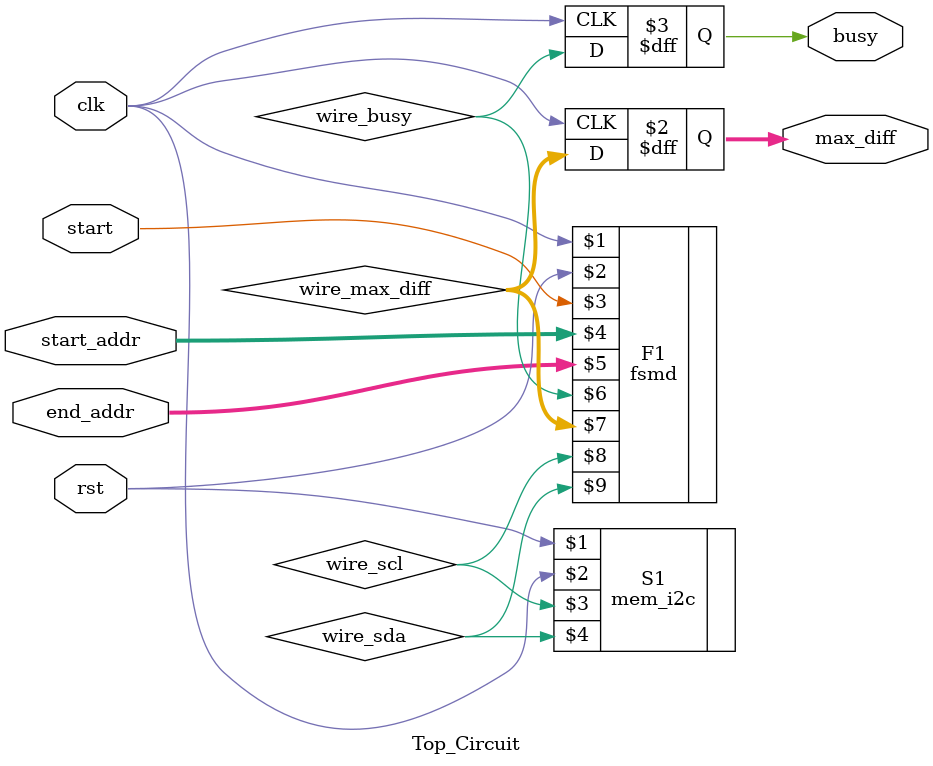
<source format=v>
module Top_Circuit(clk, rst, start, start_addr, end_addr, max_diff, busy);

input clk, rst, start;
input [7:0] start_addr, end_addr;
output reg [7:0] max_diff;
output reg busy;

wire [7:0] wire_max_diff;
wire wire_busy;
wire wire_scl, wire_sda;

	fsmd F1(clk, rst, start, start_addr, end_addr, wire_busy, wire_max_diff, wire_scl, wire_sda);
	mem_i2c S1(rst, clk, wire_scl, wire_sda);

	always @(posedge clk)
	begin
		max_diff <= wire_max_diff;
		busy <= wire_busy;
	end
endmodule


</source>
